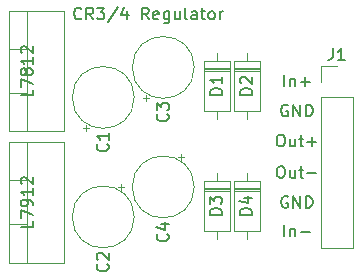
<source format=gbr>
%TF.GenerationSoftware,KiCad,Pcbnew,6.0.0*%
%TF.CreationDate,2022-01-20T18:23:07-07:00*%
%TF.ProjectId,cr3-power-regulator,6372332d-706f-4776-9572-2d726567756c,rev?*%
%TF.SameCoordinates,Original*%
%TF.FileFunction,Legend,Top*%
%TF.FilePolarity,Positive*%
%FSLAX46Y46*%
G04 Gerber Fmt 4.6, Leading zero omitted, Abs format (unit mm)*
G04 Created by KiCad (PCBNEW 6.0.0) date 2022-01-20 18:23:07*
%MOMM*%
%LPD*%
G01*
G04 APERTURE LIST*
%ADD10C,0.150000*%
%ADD11C,0.120000*%
G04 APERTURE END LIST*
D10*
X164191358Y-87630421D02*
X164191358Y-88106611D01*
X163191358Y-88106611D01*
X163191358Y-87392325D02*
X163191358Y-86725659D01*
X164191358Y-87154230D01*
X164191358Y-86297087D02*
X164191358Y-86106611D01*
X164143739Y-86011373D01*
X164096120Y-85963754D01*
X163953263Y-85868516D01*
X163762787Y-85820897D01*
X163381835Y-85820897D01*
X163286597Y-85868516D01*
X163238978Y-85916135D01*
X163191358Y-86011373D01*
X163191358Y-86201849D01*
X163238978Y-86297087D01*
X163286597Y-86344706D01*
X163381835Y-86392325D01*
X163619930Y-86392325D01*
X163715168Y-86344706D01*
X163762787Y-86297087D01*
X163810406Y-86201849D01*
X163810406Y-86011373D01*
X163762787Y-85916135D01*
X163715168Y-85868516D01*
X163619930Y-85820897D01*
X164191358Y-84868516D02*
X164191358Y-85439944D01*
X164191358Y-85154230D02*
X163191358Y-85154230D01*
X163334216Y-85249468D01*
X163429454Y-85344706D01*
X163477073Y-85439944D01*
X163286597Y-84487563D02*
X163238978Y-84439944D01*
X163191358Y-84344706D01*
X163191358Y-84106611D01*
X163238978Y-84011373D01*
X163286597Y-83963754D01*
X163381835Y-83916135D01*
X163477073Y-83916135D01*
X163619930Y-83963754D01*
X164191358Y-84535183D01*
X164191358Y-83916135D01*
X164191358Y-76525238D02*
X164191358Y-77001428D01*
X163191358Y-77001428D01*
X163191358Y-76287142D02*
X163191358Y-75620476D01*
X164191358Y-76049047D01*
X163619930Y-75096666D02*
X163572311Y-75191904D01*
X163524692Y-75239523D01*
X163429454Y-75287142D01*
X163381835Y-75287142D01*
X163286597Y-75239523D01*
X163238978Y-75191904D01*
X163191358Y-75096666D01*
X163191358Y-74906190D01*
X163238978Y-74810952D01*
X163286597Y-74763333D01*
X163381835Y-74715714D01*
X163429454Y-74715714D01*
X163524692Y-74763333D01*
X163572311Y-74810952D01*
X163619930Y-74906190D01*
X163619930Y-75096666D01*
X163667549Y-75191904D01*
X163715168Y-75239523D01*
X163810406Y-75287142D01*
X164000882Y-75287142D01*
X164096120Y-75239523D01*
X164143739Y-75191904D01*
X164191358Y-75096666D01*
X164191358Y-74906190D01*
X164143739Y-74810952D01*
X164096120Y-74763333D01*
X164000882Y-74715714D01*
X163810406Y-74715714D01*
X163715168Y-74763333D01*
X163667549Y-74810952D01*
X163619930Y-74906190D01*
X164191358Y-73763333D02*
X164191358Y-74334761D01*
X164191358Y-74049047D02*
X163191358Y-74049047D01*
X163334216Y-74144285D01*
X163429454Y-74239523D01*
X163477073Y-74334761D01*
X163286597Y-73382380D02*
X163238978Y-73334761D01*
X163191358Y-73239523D01*
X163191358Y-73001428D01*
X163238978Y-72906190D01*
X163286597Y-72858571D01*
X163381835Y-72810952D01*
X163477073Y-72810952D01*
X163619930Y-72858571D01*
X164191358Y-73430000D01*
X164191358Y-72810952D01*
X185502602Y-88932261D02*
X185502602Y-87932261D01*
X185978792Y-88265595D02*
X185978792Y-88932261D01*
X185978792Y-88360833D02*
X186026411Y-88313214D01*
X186121650Y-88265595D01*
X186264507Y-88265595D01*
X186359745Y-88313214D01*
X186407364Y-88408452D01*
X186407364Y-88932261D01*
X186883554Y-88551309D02*
X187645459Y-88551309D01*
X185812126Y-85566881D02*
X185716888Y-85519261D01*
X185574031Y-85519261D01*
X185431173Y-85566881D01*
X185335935Y-85662119D01*
X185288316Y-85757357D01*
X185240697Y-85947833D01*
X185240697Y-86090690D01*
X185288316Y-86281166D01*
X185335935Y-86376404D01*
X185431173Y-86471642D01*
X185574031Y-86519261D01*
X185669269Y-86519261D01*
X185812126Y-86471642D01*
X185859745Y-86424023D01*
X185859745Y-86090690D01*
X185669269Y-86090690D01*
X186288316Y-86519261D02*
X186288316Y-85519261D01*
X186859745Y-86519261D01*
X186859745Y-85519261D01*
X187335935Y-86519261D02*
X187335935Y-85519261D01*
X187574031Y-85519261D01*
X187716888Y-85566881D01*
X187812126Y-85662119D01*
X187859745Y-85757357D01*
X187907364Y-85947833D01*
X187907364Y-86090690D01*
X187859745Y-86281166D01*
X187812126Y-86376404D01*
X187716888Y-86471642D01*
X187574031Y-86519261D01*
X187335935Y-86519261D01*
X185121650Y-82979261D02*
X185312126Y-82979261D01*
X185407364Y-83026881D01*
X185502602Y-83122119D01*
X185550221Y-83312595D01*
X185550221Y-83645928D01*
X185502602Y-83836404D01*
X185407364Y-83931642D01*
X185312126Y-83979261D01*
X185121650Y-83979261D01*
X185026411Y-83931642D01*
X184931173Y-83836404D01*
X184883554Y-83645928D01*
X184883554Y-83312595D01*
X184931173Y-83122119D01*
X185026411Y-83026881D01*
X185121650Y-82979261D01*
X186407364Y-83312595D02*
X186407364Y-83979261D01*
X185978792Y-83312595D02*
X185978792Y-83836404D01*
X186026411Y-83931642D01*
X186121650Y-83979261D01*
X186264507Y-83979261D01*
X186359745Y-83931642D01*
X186407364Y-83884023D01*
X186740697Y-83312595D02*
X187121650Y-83312595D01*
X186883554Y-82979261D02*
X186883554Y-83836404D01*
X186931173Y-83931642D01*
X187026411Y-83979261D01*
X187121650Y-83979261D01*
X187454983Y-83598309D02*
X188216888Y-83598309D01*
X185121650Y-80312261D02*
X185312126Y-80312261D01*
X185407364Y-80359881D01*
X185502602Y-80455119D01*
X185550221Y-80645595D01*
X185550221Y-80978928D01*
X185502602Y-81169404D01*
X185407364Y-81264642D01*
X185312126Y-81312261D01*
X185121650Y-81312261D01*
X185026411Y-81264642D01*
X184931173Y-81169404D01*
X184883554Y-80978928D01*
X184883554Y-80645595D01*
X184931173Y-80455119D01*
X185026411Y-80359881D01*
X185121650Y-80312261D01*
X186407364Y-80645595D02*
X186407364Y-81312261D01*
X185978792Y-80645595D02*
X185978792Y-81169404D01*
X186026411Y-81264642D01*
X186121650Y-81312261D01*
X186264507Y-81312261D01*
X186359745Y-81264642D01*
X186407364Y-81217023D01*
X186740697Y-80645595D02*
X187121650Y-80645595D01*
X186883554Y-80312261D02*
X186883554Y-81169404D01*
X186931173Y-81264642D01*
X187026411Y-81312261D01*
X187121650Y-81312261D01*
X187454983Y-80931309D02*
X188216888Y-80931309D01*
X187835935Y-81312261D02*
X187835935Y-80550357D01*
X185812126Y-77819881D02*
X185716888Y-77772261D01*
X185574031Y-77772261D01*
X185431173Y-77819881D01*
X185335935Y-77915119D01*
X185288316Y-78010357D01*
X185240697Y-78200833D01*
X185240697Y-78343690D01*
X185288316Y-78534166D01*
X185335935Y-78629404D01*
X185431173Y-78724642D01*
X185574031Y-78772261D01*
X185669269Y-78772261D01*
X185812126Y-78724642D01*
X185859745Y-78677023D01*
X185859745Y-78343690D01*
X185669269Y-78343690D01*
X186288316Y-78772261D02*
X186288316Y-77772261D01*
X186859745Y-78772261D01*
X186859745Y-77772261D01*
X187335935Y-78772261D02*
X187335935Y-77772261D01*
X187574031Y-77772261D01*
X187716888Y-77819881D01*
X187812126Y-77915119D01*
X187859745Y-78010357D01*
X187907364Y-78200833D01*
X187907364Y-78343690D01*
X187859745Y-78534166D01*
X187812126Y-78629404D01*
X187716888Y-78724642D01*
X187574031Y-78772261D01*
X187335935Y-78772261D01*
X185502602Y-76232261D02*
X185502602Y-75232261D01*
X185978792Y-75565595D02*
X185978792Y-76232261D01*
X185978792Y-75660833D02*
X186026411Y-75613214D01*
X186121650Y-75565595D01*
X186264507Y-75565595D01*
X186359745Y-75613214D01*
X186407364Y-75708452D01*
X186407364Y-76232261D01*
X186883554Y-75851309D02*
X187645459Y-75851309D01*
X187264507Y-76232261D02*
X187264507Y-75470357D01*
X168329839Y-70458603D02*
X168282220Y-70506222D01*
X168139363Y-70553841D01*
X168044125Y-70553841D01*
X167901268Y-70506222D01*
X167806030Y-70410984D01*
X167758411Y-70315746D01*
X167710792Y-70125270D01*
X167710792Y-69982413D01*
X167758411Y-69791937D01*
X167806030Y-69696699D01*
X167901268Y-69601461D01*
X168044125Y-69553841D01*
X168139363Y-69553841D01*
X168282220Y-69601461D01*
X168329839Y-69649080D01*
X169329839Y-70553841D02*
X168996506Y-70077651D01*
X168758411Y-70553841D02*
X168758411Y-69553841D01*
X169139363Y-69553841D01*
X169234601Y-69601461D01*
X169282220Y-69649080D01*
X169329839Y-69744318D01*
X169329839Y-69887175D01*
X169282220Y-69982413D01*
X169234601Y-70030032D01*
X169139363Y-70077651D01*
X168758411Y-70077651D01*
X169663173Y-69553841D02*
X170282220Y-69553841D01*
X169948887Y-69934794D01*
X170091744Y-69934794D01*
X170186982Y-69982413D01*
X170234601Y-70030032D01*
X170282220Y-70125270D01*
X170282220Y-70363365D01*
X170234601Y-70458603D01*
X170186982Y-70506222D01*
X170091744Y-70553841D01*
X169806030Y-70553841D01*
X169710792Y-70506222D01*
X169663173Y-70458603D01*
X171425077Y-69506222D02*
X170567935Y-70791937D01*
X172186982Y-69887175D02*
X172186982Y-70553841D01*
X171948887Y-69506222D02*
X171710792Y-70220508D01*
X172329839Y-70220508D01*
X174044125Y-70553841D02*
X173710792Y-70077651D01*
X173472697Y-70553841D02*
X173472697Y-69553841D01*
X173853649Y-69553841D01*
X173948887Y-69601461D01*
X173996506Y-69649080D01*
X174044125Y-69744318D01*
X174044125Y-69887175D01*
X173996506Y-69982413D01*
X173948887Y-70030032D01*
X173853649Y-70077651D01*
X173472697Y-70077651D01*
X174853649Y-70506222D02*
X174758411Y-70553841D01*
X174567935Y-70553841D01*
X174472697Y-70506222D01*
X174425077Y-70410984D01*
X174425077Y-70030032D01*
X174472697Y-69934794D01*
X174567935Y-69887175D01*
X174758411Y-69887175D01*
X174853649Y-69934794D01*
X174901268Y-70030032D01*
X174901268Y-70125270D01*
X174425077Y-70220508D01*
X175758411Y-69887175D02*
X175758411Y-70696699D01*
X175710792Y-70791937D01*
X175663173Y-70839556D01*
X175567935Y-70887175D01*
X175425077Y-70887175D01*
X175329839Y-70839556D01*
X175758411Y-70506222D02*
X175663173Y-70553841D01*
X175472697Y-70553841D01*
X175377458Y-70506222D01*
X175329839Y-70458603D01*
X175282220Y-70363365D01*
X175282220Y-70077651D01*
X175329839Y-69982413D01*
X175377458Y-69934794D01*
X175472697Y-69887175D01*
X175663173Y-69887175D01*
X175758411Y-69934794D01*
X176663173Y-69887175D02*
X176663173Y-70553841D01*
X176234601Y-69887175D02*
X176234601Y-70410984D01*
X176282220Y-70506222D01*
X176377458Y-70553841D01*
X176520316Y-70553841D01*
X176615554Y-70506222D01*
X176663173Y-70458603D01*
X177282220Y-70553841D02*
X177186982Y-70506222D01*
X177139363Y-70410984D01*
X177139363Y-69553841D01*
X178091744Y-70553841D02*
X178091744Y-70030032D01*
X178044125Y-69934794D01*
X177948887Y-69887175D01*
X177758411Y-69887175D01*
X177663173Y-69934794D01*
X178091744Y-70506222D02*
X177996506Y-70553841D01*
X177758411Y-70553841D01*
X177663173Y-70506222D01*
X177615554Y-70410984D01*
X177615554Y-70315746D01*
X177663173Y-70220508D01*
X177758411Y-70172889D01*
X177996506Y-70172889D01*
X178091744Y-70125270D01*
X178425077Y-69887175D02*
X178806030Y-69887175D01*
X178567935Y-69553841D02*
X178567935Y-70410984D01*
X178615554Y-70506222D01*
X178710792Y-70553841D01*
X178806030Y-70553841D01*
X179282220Y-70553841D02*
X179186982Y-70506222D01*
X179139363Y-70458603D01*
X179091744Y-70363365D01*
X179091744Y-70077651D01*
X179139363Y-69982413D01*
X179186982Y-69934794D01*
X179282220Y-69887175D01*
X179425077Y-69887175D01*
X179520316Y-69934794D01*
X179567935Y-69982413D01*
X179615554Y-70077651D01*
X179615554Y-70363365D01*
X179567935Y-70458603D01*
X179520316Y-70506222D01*
X179425077Y-70553841D01*
X179282220Y-70553841D01*
X180044125Y-70553841D02*
X180044125Y-69887175D01*
X180044125Y-70077651D02*
X180091744Y-69982413D01*
X180139363Y-69934794D01*
X180234601Y-69887175D01*
X180329839Y-69887175D01*
%TO.C,C4*%
X175617142Y-88741849D02*
X175664761Y-88789468D01*
X175712380Y-88932325D01*
X175712380Y-89027563D01*
X175664761Y-89170421D01*
X175569523Y-89265659D01*
X175474285Y-89313278D01*
X175283809Y-89360897D01*
X175140952Y-89360897D01*
X174950476Y-89313278D01*
X174855238Y-89265659D01*
X174760000Y-89170421D01*
X174712380Y-89027563D01*
X174712380Y-88932325D01*
X174760000Y-88789468D01*
X174807619Y-88741849D01*
X175045714Y-87884706D02*
X175712380Y-87884706D01*
X174664761Y-88122802D02*
X175379047Y-88360897D01*
X175379047Y-87741849D01*
%TO.C,C3*%
X175617142Y-78581849D02*
X175664761Y-78629468D01*
X175712380Y-78772325D01*
X175712380Y-78867563D01*
X175664761Y-79010421D01*
X175569523Y-79105659D01*
X175474285Y-79153278D01*
X175283809Y-79200897D01*
X175140952Y-79200897D01*
X174950476Y-79153278D01*
X174855238Y-79105659D01*
X174760000Y-79010421D01*
X174712380Y-78867563D01*
X174712380Y-78772325D01*
X174760000Y-78629468D01*
X174807619Y-78581849D01*
X174712380Y-78248516D02*
X174712380Y-77629468D01*
X175093333Y-77962802D01*
X175093333Y-77819944D01*
X175140952Y-77724706D01*
X175188571Y-77677087D01*
X175283809Y-77629468D01*
X175521904Y-77629468D01*
X175617142Y-77677087D01*
X175664761Y-77724706D01*
X175712380Y-77819944D01*
X175712380Y-78105659D01*
X175664761Y-78200897D01*
X175617142Y-78248516D01*
%TO.C,C2*%
X170537142Y-91281849D02*
X170584761Y-91329468D01*
X170632380Y-91472325D01*
X170632380Y-91567563D01*
X170584761Y-91710421D01*
X170489523Y-91805659D01*
X170394285Y-91853278D01*
X170203809Y-91900897D01*
X170060952Y-91900897D01*
X169870476Y-91853278D01*
X169775238Y-91805659D01*
X169680000Y-91710421D01*
X169632380Y-91567563D01*
X169632380Y-91472325D01*
X169680000Y-91329468D01*
X169727619Y-91281849D01*
X169727619Y-90900897D02*
X169680000Y-90853278D01*
X169632380Y-90758040D01*
X169632380Y-90519944D01*
X169680000Y-90424706D01*
X169727619Y-90377087D01*
X169822857Y-90329468D01*
X169918095Y-90329468D01*
X170060952Y-90377087D01*
X170632380Y-90948516D01*
X170632380Y-90329468D01*
%TO.C,C1*%
X170537142Y-81121849D02*
X170584761Y-81169468D01*
X170632380Y-81312325D01*
X170632380Y-81407563D01*
X170584761Y-81550421D01*
X170489523Y-81645659D01*
X170394285Y-81693278D01*
X170203809Y-81740897D01*
X170060952Y-81740897D01*
X169870476Y-81693278D01*
X169775238Y-81645659D01*
X169680000Y-81550421D01*
X169632380Y-81407563D01*
X169632380Y-81312325D01*
X169680000Y-81169468D01*
X169727619Y-81121849D01*
X170632380Y-80169468D02*
X170632380Y-80740897D01*
X170632380Y-80455183D02*
X169632380Y-80455183D01*
X169775238Y-80550421D01*
X169870476Y-80645659D01*
X169918095Y-80740897D01*
%TO.C,J1*%
X189620644Y-72997563D02*
X189620644Y-73711849D01*
X189573025Y-73854706D01*
X189477787Y-73949944D01*
X189334930Y-73997563D01*
X189239692Y-73997563D01*
X190620644Y-73997563D02*
X190049216Y-73997563D01*
X190334930Y-73997563D02*
X190334930Y-72997563D01*
X190239692Y-73140421D01*
X190144454Y-73235659D01*
X190049216Y-73283278D01*
%TO.C,D4*%
X182746358Y-87098095D02*
X181746358Y-87098095D01*
X181746358Y-86860000D01*
X181793978Y-86717142D01*
X181889216Y-86621904D01*
X181984454Y-86574285D01*
X182174930Y-86526666D01*
X182317787Y-86526666D01*
X182508263Y-86574285D01*
X182603501Y-86621904D01*
X182698739Y-86717142D01*
X182746358Y-86860000D01*
X182746358Y-87098095D01*
X182079692Y-85669523D02*
X182746358Y-85669523D01*
X181698739Y-85907619D02*
X182413025Y-86145714D01*
X182413025Y-85526666D01*
%TO.C,D2*%
X182786358Y-76938095D02*
X181786358Y-76938095D01*
X181786358Y-76700000D01*
X181833978Y-76557142D01*
X181929216Y-76461904D01*
X182024454Y-76414285D01*
X182214930Y-76366666D01*
X182357787Y-76366666D01*
X182548263Y-76414285D01*
X182643501Y-76461904D01*
X182738739Y-76557142D01*
X182786358Y-76700000D01*
X182786358Y-76938095D01*
X181881597Y-75985714D02*
X181833978Y-75938095D01*
X181786358Y-75842857D01*
X181786358Y-75604761D01*
X181833978Y-75509523D01*
X181881597Y-75461904D01*
X181976835Y-75414285D01*
X182072073Y-75414285D01*
X182214930Y-75461904D01*
X182786358Y-76033333D01*
X182786358Y-75414285D01*
%TO.C,D1*%
X180246358Y-76938095D02*
X179246358Y-76938095D01*
X179246358Y-76700000D01*
X179293978Y-76557142D01*
X179389216Y-76461904D01*
X179484454Y-76414285D01*
X179674930Y-76366666D01*
X179817787Y-76366666D01*
X180008263Y-76414285D01*
X180103501Y-76461904D01*
X180198739Y-76557142D01*
X180246358Y-76700000D01*
X180246358Y-76938095D01*
X180246358Y-75414285D02*
X180246358Y-75985714D01*
X180246358Y-75700000D02*
X179246358Y-75700000D01*
X179389216Y-75795238D01*
X179484454Y-75890476D01*
X179532073Y-75985714D01*
%TO.C,D3*%
X180206358Y-87098095D02*
X179206358Y-87098095D01*
X179206358Y-86860000D01*
X179253978Y-86717142D01*
X179349216Y-86621904D01*
X179444454Y-86574285D01*
X179634930Y-86526666D01*
X179777787Y-86526666D01*
X179968263Y-86574285D01*
X180063501Y-86621904D01*
X180158739Y-86717142D01*
X180206358Y-86860000D01*
X180206358Y-87098095D01*
X179206358Y-86193333D02*
X179206358Y-85574285D01*
X179587311Y-85907619D01*
X179587311Y-85764761D01*
X179634930Y-85669523D01*
X179682549Y-85621904D01*
X179777787Y-85574285D01*
X180015882Y-85574285D01*
X180111120Y-85621904D01*
X180158739Y-85669523D01*
X180206358Y-85764761D01*
X180206358Y-86050476D01*
X180158739Y-86145714D01*
X180111120Y-86193333D01*
D11*
%TO.C,C4*%
X177880000Y-84745183D02*
G75*
G03*
X177880000Y-84745183I-2620000J0D01*
G01*
X176735000Y-81940408D02*
X176735000Y-82440408D01*
X176985000Y-82190408D02*
X176485000Y-82190408D01*
%TO.C,C3*%
X177880000Y-74625183D02*
G75*
G03*
X177880000Y-74625183I-2620000J0D01*
G01*
X173785000Y-77429958D02*
X173785000Y-76929958D01*
X173535000Y-77179958D02*
X174035000Y-77179958D01*
%TO.C,C2*%
X172800000Y-87285183D02*
G75*
G03*
X172800000Y-87285183I-2620000J0D01*
G01*
X171655000Y-84480408D02*
X171655000Y-84980408D01*
X171905000Y-84730408D02*
X171405000Y-84730408D01*
%TO.C,C1*%
X172800000Y-77165183D02*
G75*
G03*
X172800000Y-77165183I-2620000J0D01*
G01*
X168705000Y-79969958D02*
X168705000Y-79469958D01*
X168455000Y-79719958D02*
X168955000Y-79719958D01*
%TO.C,U2*%
X162228978Y-91155183D02*
X162228978Y-80915183D01*
X166869978Y-91155183D02*
X166869978Y-80915183D01*
X162228978Y-91155183D02*
X166869978Y-91155183D01*
X162228978Y-80915183D02*
X166869978Y-80915183D01*
X163738978Y-91155183D02*
X163738978Y-80915183D01*
X162228978Y-87885183D02*
X163738978Y-87885183D01*
X162228978Y-84184183D02*
X163738978Y-84184183D01*
%TO.C,U1*%
X162228978Y-80050000D02*
X162228978Y-69810000D01*
X166869978Y-80050000D02*
X166869978Y-69810000D01*
X162228978Y-80050000D02*
X166869978Y-80050000D01*
X162228978Y-69810000D02*
X166869978Y-69810000D01*
X163738978Y-80050000D02*
X163738978Y-69810000D01*
X162228978Y-76780000D02*
X163738978Y-76780000D01*
X162228978Y-73079000D02*
X163738978Y-73079000D01*
%TO.C,J1*%
X188623978Y-89905183D02*
X191283978Y-89905183D01*
X188623978Y-77145183D02*
X188623978Y-89905183D01*
X191283978Y-77145183D02*
X191283978Y-89905183D01*
X188623978Y-77145183D02*
X191283978Y-77145183D01*
X188623978Y-75875183D02*
X188623978Y-74545183D01*
X188623978Y-74545183D02*
X189953978Y-74545183D01*
%TO.C,D4*%
X182333978Y-89130000D02*
X182333978Y-88480000D01*
X181213978Y-88480000D02*
X183453978Y-88480000D01*
X183453978Y-88480000D02*
X183453978Y-84240000D01*
X183453978Y-84840000D02*
X181213978Y-84840000D01*
X183453978Y-84960000D02*
X181213978Y-84960000D01*
X182333978Y-83590000D02*
X182333978Y-84240000D01*
X183453978Y-85080000D02*
X181213978Y-85080000D01*
X183453978Y-84240000D02*
X181213978Y-84240000D01*
X181213978Y-84240000D02*
X181213978Y-88480000D01*
%TO.C,D2*%
X183453978Y-74080000D02*
X181213978Y-74080000D01*
X181213978Y-78320000D02*
X183453978Y-78320000D01*
X182333978Y-73430000D02*
X182333978Y-74080000D01*
X181213978Y-74080000D02*
X181213978Y-78320000D01*
X182333978Y-78970000D02*
X182333978Y-78320000D01*
X183453978Y-74680000D02*
X181213978Y-74680000D01*
X183453978Y-74920000D02*
X181213978Y-74920000D01*
X183453978Y-78320000D02*
X183453978Y-74080000D01*
X183453978Y-74800000D02*
X181213978Y-74800000D01*
%TO.C,D1*%
X180913978Y-74800000D02*
X178673978Y-74800000D01*
X180913978Y-74920000D02*
X178673978Y-74920000D01*
X180913978Y-74080000D02*
X178673978Y-74080000D01*
X178673978Y-74080000D02*
X178673978Y-78320000D01*
X180913978Y-78320000D02*
X180913978Y-74080000D01*
X179793978Y-73430000D02*
X179793978Y-74080000D01*
X180913978Y-74680000D02*
X178673978Y-74680000D01*
X179793978Y-78970000D02*
X179793978Y-78320000D01*
X178673978Y-78320000D02*
X180913978Y-78320000D01*
%TO.C,D3*%
X180913978Y-88480000D02*
X180913978Y-84240000D01*
X179793978Y-83590000D02*
X179793978Y-84240000D01*
X178673978Y-84240000D02*
X178673978Y-88480000D01*
X180913978Y-84960000D02*
X178673978Y-84960000D01*
X180913978Y-85080000D02*
X178673978Y-85080000D01*
X180913978Y-84840000D02*
X178673978Y-84840000D01*
X179793978Y-89130000D02*
X179793978Y-88480000D01*
X180913978Y-84240000D02*
X178673978Y-84240000D01*
X178673978Y-88480000D02*
X180913978Y-88480000D01*
%TD*%
M02*

</source>
